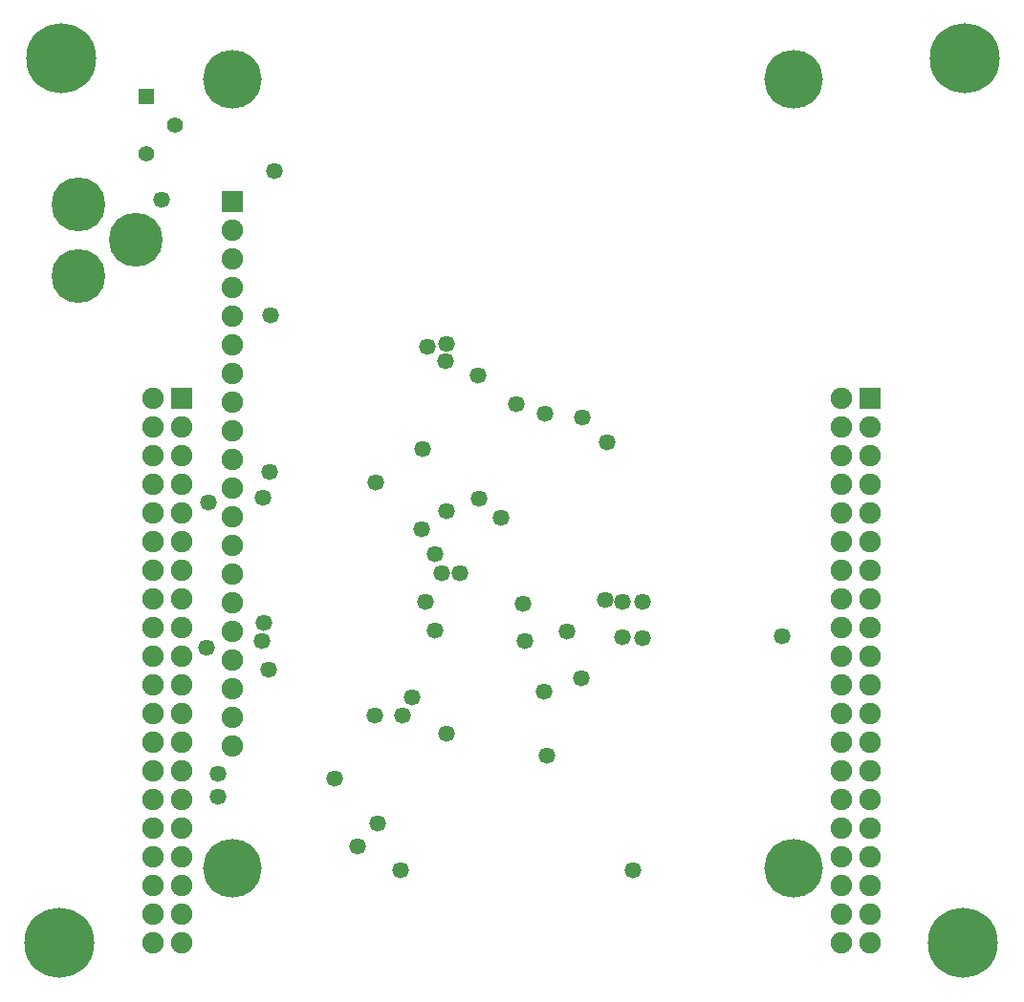
<source format=gbs>
G04*
G04 #@! TF.GenerationSoftware,Altium Limited,Altium Designer,24.2.2 (26)*
G04*
G04 Layer_Color=16711935*
%FSLAX25Y25*%
%MOIN*%
G70*
G04*
G04 #@! TF.SameCoordinates,7880CA01-A185-4AAC-BB8A-744F794AF487*
G04*
G04*
G04 #@! TF.FilePolarity,Negative*
G04*
G01*
G75*
%ADD20C,0.18787*%
%ADD21C,0.05598*%
%ADD22R,0.05598X0.05598*%
%ADD23C,0.07480*%
%ADD24R,0.07480X0.07480*%
%ADD25R,0.07480X0.07480*%
%ADD26C,0.20472*%
%ADD27C,0.24410*%
%ADD28C,0.05787*%
D20*
X26600Y277900D02*
D03*
Y252900D02*
D03*
X46600Y265400D02*
D03*
D21*
X60200Y305300D02*
D03*
X50200Y295300D02*
D03*
D22*
Y315300D02*
D03*
D23*
X62500Y20000D02*
D03*
X52500D02*
D03*
X302500D02*
D03*
X292500D02*
D03*
Y30000D02*
D03*
X302500D02*
D03*
X292500Y40000D02*
D03*
X302500D02*
D03*
X292500Y50000D02*
D03*
X302500D02*
D03*
X292500Y60000D02*
D03*
X302500D02*
D03*
X292500Y70000D02*
D03*
X302500D02*
D03*
X292500Y80000D02*
D03*
X302500D02*
D03*
X292500Y90000D02*
D03*
X302500D02*
D03*
X292500Y100000D02*
D03*
X302500D02*
D03*
X292500Y110000D02*
D03*
X302500D02*
D03*
X292500Y120000D02*
D03*
X302500D02*
D03*
X292500Y130000D02*
D03*
X302500D02*
D03*
X292500Y140000D02*
D03*
X302500D02*
D03*
X292500Y150000D02*
D03*
X302500D02*
D03*
X292500Y160000D02*
D03*
X302500D02*
D03*
X292500Y170000D02*
D03*
X302500D02*
D03*
X292500Y180000D02*
D03*
X302500D02*
D03*
X292500Y190000D02*
D03*
X302500D02*
D03*
X292500Y200000D02*
D03*
X302500D02*
D03*
X292500Y210000D02*
D03*
X52500Y30000D02*
D03*
X62500D02*
D03*
X52500Y40000D02*
D03*
X62500D02*
D03*
X52500Y50000D02*
D03*
X62500D02*
D03*
X52500Y60000D02*
D03*
X62500D02*
D03*
X52500Y70000D02*
D03*
X62500D02*
D03*
X52500Y80000D02*
D03*
X62500D02*
D03*
X52500Y90000D02*
D03*
X62500D02*
D03*
X52500Y100000D02*
D03*
X62500D02*
D03*
X52500Y110000D02*
D03*
X62500D02*
D03*
X52500Y120000D02*
D03*
X62500D02*
D03*
X52500Y130000D02*
D03*
X62500D02*
D03*
X52500Y140000D02*
D03*
X62500D02*
D03*
X52500Y150000D02*
D03*
X62500D02*
D03*
X52500Y160000D02*
D03*
X62500D02*
D03*
X52500Y170000D02*
D03*
X62500D02*
D03*
X52500Y180000D02*
D03*
X62500D02*
D03*
X52500Y190000D02*
D03*
X62500D02*
D03*
X52500Y200000D02*
D03*
X62500D02*
D03*
X52500Y210000D02*
D03*
X80431Y258805D02*
D03*
Y248805D02*
D03*
Y268805D02*
D03*
X80430Y218804D02*
D03*
Y208804D02*
D03*
Y228804D02*
D03*
Y238804D02*
D03*
X80430Y178804D02*
D03*
Y168804D02*
D03*
Y188804D02*
D03*
Y198804D02*
D03*
X80430Y138804D02*
D03*
Y128804D02*
D03*
Y148804D02*
D03*
Y158804D02*
D03*
X80429Y98803D02*
D03*
Y88803D02*
D03*
Y108803D02*
D03*
Y118803D02*
D03*
D24*
X302500Y210000D02*
D03*
X62500D02*
D03*
D25*
X80431Y278805D02*
D03*
D26*
Y321600D02*
D03*
X276100D02*
D03*
Y46009D02*
D03*
X80431D02*
D03*
D27*
X335700Y328700D02*
D03*
X20700D02*
D03*
X335000Y20000D02*
D03*
X20000D02*
D03*
D28*
X147600Y139000D02*
D03*
X153403Y149046D02*
D03*
X181600Y138600D02*
D03*
X182300Y125500D02*
D03*
X75400Y71100D02*
D03*
X219800Y45400D02*
D03*
X55600Y279600D02*
D03*
X154900Y229000D02*
D03*
X154631Y223006D02*
D03*
X166363Y175222D02*
D03*
X174100Y168300D02*
D03*
X146197Y164397D02*
D03*
X150814Y155705D02*
D03*
X139700Y99300D02*
D03*
X151050Y129250D02*
D03*
X159720Y149031D02*
D03*
X166123Y218200D02*
D03*
X197000Y128700D02*
D03*
X202000Y112500D02*
D03*
X93700Y239100D02*
D03*
X116000Y77300D02*
D03*
X71928Y173772D02*
D03*
X93400Y184400D02*
D03*
X90800Y175300D02*
D03*
X71222Y122998D02*
D03*
X92900Y115400D02*
D03*
X91300Y131700D02*
D03*
X90700Y125600D02*
D03*
X94800Y289500D02*
D03*
X148200Y228100D02*
D03*
X179400Y208200D02*
D03*
X189200Y204900D02*
D03*
X202207Y203607D02*
D03*
X211000Y194900D02*
D03*
X146781Y192381D02*
D03*
X130400Y180800D02*
D03*
X223300Y126500D02*
D03*
X223200Y139000D02*
D03*
X216300Y139275D02*
D03*
X210337Y139941D02*
D03*
X216257Y126757D02*
D03*
X271800Y127100D02*
D03*
X188950Y107900D02*
D03*
X190000Y85559D02*
D03*
X138793Y45407D02*
D03*
X154793Y93093D02*
D03*
X124100Y53900D02*
D03*
X131100Y61900D02*
D03*
X75300Y79100D02*
D03*
X130100Y99300D02*
D03*
X143050Y105900D02*
D03*
X155122Y170822D02*
D03*
M02*

</source>
